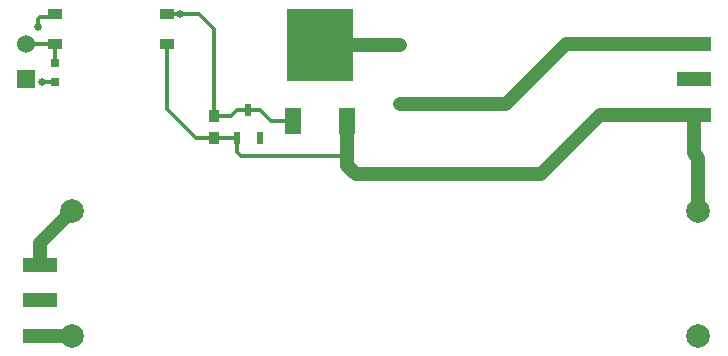
<source format=gtl>
G04*
G04 #@! TF.GenerationSoftware,Altium Limited,Altium Designer,21.7.2 (23)*
G04*
G04 Layer_Physical_Order=1*
G04 Layer_Color=255*
%FSLAX25Y25*%
%MOIN*%
G70*
G04*
G04 #@! TF.SameCoordinates,DA759B71-393A-44F5-82FF-BB875C5BA99D*
G04*
G04*
G04 #@! TF.FilePolarity,Positive*
G04*
G01*
G75*
%ADD16R,0.05500X0.09000*%
%ADD17R,0.22402X0.24331*%
%ADD18R,0.02362X0.03937*%
%ADD19R,0.03543X0.03937*%
%ADD20R,0.03150X0.03150*%
%ADD21R,0.05118X0.03543*%
%ADD22R,0.11496X0.05000*%
%ADD23R,0.06000X0.06000*%
%ADD24C,0.06000*%
%ADD25C,0.04724*%
%ADD26C,0.07874*%
%ADD27C,0.02520*%
%ADD28C,0.05000*%
%ADD29C,0.01200*%
%ADD30C,0.04800*%
D16*
X123874Y92611D02*
D03*
X141874D02*
D03*
D17*
X132874Y117946D02*
D03*
D18*
X105151Y86844D02*
D03*
X112631D02*
D03*
X108891Y96292D02*
D03*
D19*
X97374Y94226D02*
D03*
Y87139D02*
D03*
D20*
X44374Y111964D02*
D03*
Y105664D02*
D03*
D21*
Y128382D02*
D03*
Y118382D02*
D03*
X81776Y128382D02*
D03*
Y118382D02*
D03*
D22*
X39409Y21093D02*
D03*
Y32905D02*
D03*
Y44716D02*
D03*
X257374Y94760D02*
D03*
Y106571D02*
D03*
Y118382D02*
D03*
D23*
X34882Y106571D02*
D03*
D24*
Y118382D02*
D03*
D25*
X159589Y117946D02*
D03*
Y98261D02*
D03*
D26*
X258926Y21093D02*
D03*
X50265D02*
D03*
X258926Y62827D02*
D03*
X50265D02*
D03*
D27*
X38743Y124000D02*
D03*
X40181Y105664D02*
D03*
X86000Y128382D02*
D03*
D28*
X233374Y118382D02*
D03*
D29*
X38743Y126507D02*
X39445Y127210D01*
X38743Y124000D02*
Y126507D01*
X39445Y127210D02*
X43202D01*
X44374Y128382D01*
X40181Y105664D02*
X44374D01*
X34882Y118382D02*
X44374D01*
Y111964D02*
Y118382D01*
X86000Y128382D02*
X92327D01*
X81776D02*
X86000D01*
X81776Y96651D02*
X91287Y87139D01*
X97374D01*
X92327Y128382D02*
X97374Y123335D01*
X81776Y96651D02*
Y118382D01*
X97374Y94226D02*
Y123335D01*
X106374Y80976D02*
X141374D01*
X141874Y81476D01*
X105151Y82200D02*
X106374Y80976D01*
X105151Y82200D02*
Y86844D01*
X104855Y87139D02*
X105151Y86844D01*
X97374Y87139D02*
X104855D01*
X116374Y92611D02*
X123874D01*
X108891Y96292D02*
X112693D01*
X116374Y92611D01*
X105151Y96292D02*
X108891D01*
X103084Y94226D02*
X105151Y96292D01*
X97374Y94226D02*
X103084D01*
D30*
X39409Y21093D02*
X50265D01*
X39409Y51972D02*
X50265Y62827D01*
X39409Y44716D02*
Y51972D01*
X141874Y81476D02*
Y91476D01*
Y77788D02*
Y81476D01*
Y77788D02*
X144686Y74976D01*
X206374D01*
X132874Y117946D02*
X159589D01*
X214779Y118382D02*
X233374D01*
X257374D01*
X206374Y74976D02*
X226157Y94760D01*
X257374D01*
X159589Y98261D02*
X194659D01*
X214779Y118382D01*
X257374Y81976D02*
Y94760D01*
X258926Y62827D02*
Y80424D01*
X257374Y81976D02*
X258926Y80424D01*
M02*

</source>
